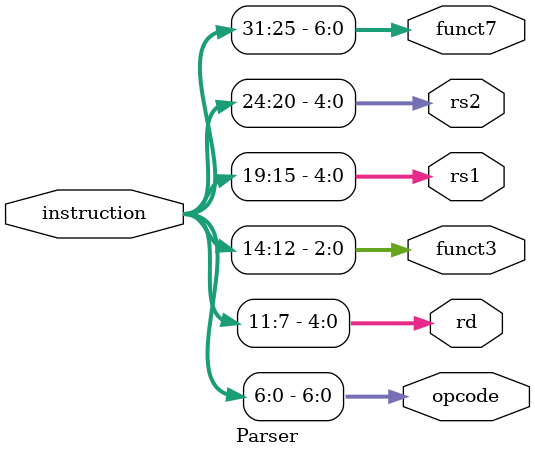
<source format=sv>
`timescale 1ns / 1ps


module Parser(
  input [31:0] instruction,
  output [6:0] opcode,
  output [4:0] rd,
  output [2:0] funct3,
  output [4:0] rs1,
  output [4:0] rs2,
  output [6:0] funct7
  );
  
  assign opcode = instruction[6:0];
  assign rd = instruction[11:7];
  assign funct3 = instruction[14:12];
  assign rs1 = instruction[19:15];
  assign rs2 = instruction[24:20];
  assign funct7 = instruction[31:25];
  
endmodule

</source>
